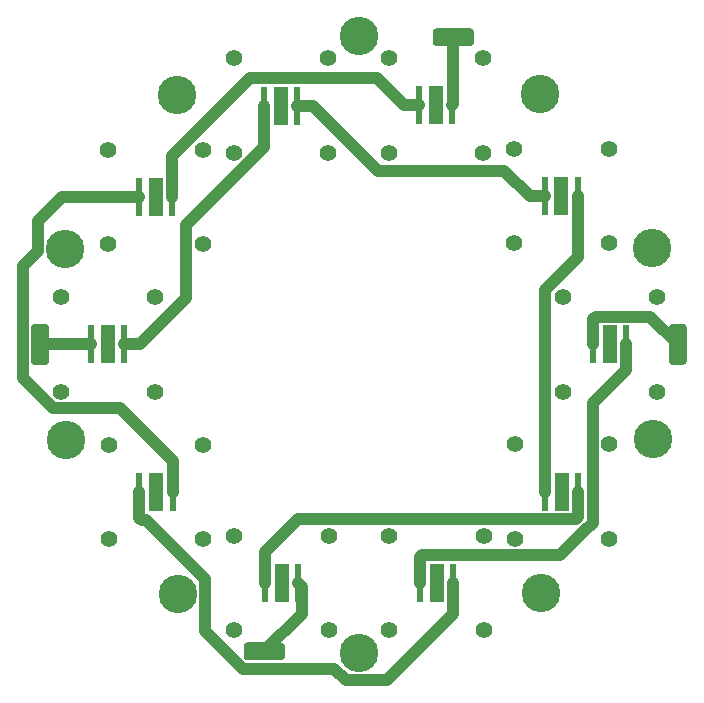
<source format=gbr>
G04 #@! TF.GenerationSoftware,KiCad,Pcbnew,(5.0.0)*
G04 #@! TF.CreationDate,2020-03-19T11:29:46-07:00*
G04 #@! TF.ProjectId,ring_illuminator,72696E675F696C6C756D696E61746F72,rev?*
G04 #@! TF.SameCoordinates,Original*
G04 #@! TF.FileFunction,Copper,L1,Top,Signal*
G04 #@! TF.FilePolarity,Positive*
%FSLAX46Y46*%
G04 Gerber Fmt 4.6, Leading zero omitted, Abs format (unit mm)*
G04 Created by KiCad (PCBNEW (5.0.0)) date 03/19/20 11:29:46*
%MOMM*%
%LPD*%
G01*
G04 APERTURE LIST*
G04 #@! TA.AperFunction,Conductor*
%ADD10C,0.100000*%
G04 #@! TD*
G04 #@! TA.AperFunction,SMDPad,CuDef*
%ADD11C,1.524000*%
G04 #@! TD*
G04 #@! TA.AperFunction,ComponentPad*
%ADD12C,1.400000*%
G04 #@! TD*
G04 #@! TA.AperFunction,SMDPad,CuDef*
%ADD13R,1.300000X3.300000*%
G04 #@! TD*
G04 #@! TA.AperFunction,SMDPad,CuDef*
%ADD14R,0.600000X3.300000*%
G04 #@! TD*
G04 #@! TA.AperFunction,ComponentPad*
%ADD15C,3.260000*%
G04 #@! TD*
G04 #@! TA.AperFunction,Conductor*
%ADD16C,1.000000*%
G04 #@! TD*
G04 APERTURE END LIST*
D10*
G04 #@! TO.N,LED2-*
G04 #@! TO.C,J14*
G36*
X-6593655Y-25239835D02*
X-6556671Y-25245321D01*
X-6520402Y-25254406D01*
X-6485198Y-25267002D01*
X-6451398Y-25282988D01*
X-6419328Y-25302210D01*
X-6389296Y-25324483D01*
X-6361592Y-25349592D01*
X-6336483Y-25377296D01*
X-6314210Y-25407328D01*
X-6294988Y-25439398D01*
X-6279002Y-25473198D01*
X-6266406Y-25508402D01*
X-6257321Y-25544671D01*
X-6251835Y-25581655D01*
X-6250000Y-25619000D01*
X-6250000Y-26381000D01*
X-6251835Y-26418345D01*
X-6257321Y-26455329D01*
X-6266406Y-26491598D01*
X-6279002Y-26526802D01*
X-6294988Y-26560602D01*
X-6314210Y-26592672D01*
X-6336483Y-26622704D01*
X-6361592Y-26650408D01*
X-6389296Y-26675517D01*
X-6419328Y-26697790D01*
X-6451398Y-26717012D01*
X-6485198Y-26732998D01*
X-6520402Y-26745594D01*
X-6556671Y-26754679D01*
X-6593655Y-26760165D01*
X-6631000Y-26762000D01*
X-9369000Y-26762000D01*
X-9406345Y-26760165D01*
X-9443329Y-26754679D01*
X-9479598Y-26745594D01*
X-9514802Y-26732998D01*
X-9548602Y-26717012D01*
X-9580672Y-26697790D01*
X-9610704Y-26675517D01*
X-9638408Y-26650408D01*
X-9663517Y-26622704D01*
X-9685790Y-26592672D01*
X-9705012Y-26560602D01*
X-9720998Y-26526802D01*
X-9733594Y-26491598D01*
X-9742679Y-26455329D01*
X-9748165Y-26418345D01*
X-9750000Y-26381000D01*
X-9750000Y-25619000D01*
X-9748165Y-25581655D01*
X-9742679Y-25544671D01*
X-9733594Y-25508402D01*
X-9720998Y-25473198D01*
X-9705012Y-25439398D01*
X-9685790Y-25407328D01*
X-9663517Y-25377296D01*
X-9638408Y-25349592D01*
X-9610704Y-25324483D01*
X-9580672Y-25302210D01*
X-9548602Y-25282988D01*
X-9514802Y-25267002D01*
X-9479598Y-25254406D01*
X-9443329Y-25245321D01*
X-9406345Y-25239835D01*
X-9369000Y-25238000D01*
X-6631000Y-25238000D01*
X-6593655Y-25239835D01*
X-6593655Y-25239835D01*
G37*
D11*
G04 #@! TD*
G04 #@! TO.P,J14,1*
G04 #@! TO.N,LED2-*
X-8000000Y-26000000D03*
D10*
G04 #@! TO.N,LED2+*
G04 #@! TO.C,J13*
G36*
X-26581655Y1748165D02*
X-26544671Y1742679D01*
X-26508402Y1733594D01*
X-26473198Y1720998D01*
X-26439398Y1705012D01*
X-26407328Y1685790D01*
X-26377296Y1663517D01*
X-26349592Y1638408D01*
X-26324483Y1610704D01*
X-26302210Y1580672D01*
X-26282988Y1548602D01*
X-26267002Y1514802D01*
X-26254406Y1479598D01*
X-26245321Y1443329D01*
X-26239835Y1406345D01*
X-26238000Y1369000D01*
X-26238000Y-1369000D01*
X-26239835Y-1406345D01*
X-26245321Y-1443329D01*
X-26254406Y-1479598D01*
X-26267002Y-1514802D01*
X-26282988Y-1548602D01*
X-26302210Y-1580672D01*
X-26324483Y-1610704D01*
X-26349592Y-1638408D01*
X-26377296Y-1663517D01*
X-26407328Y-1685790D01*
X-26439398Y-1705012D01*
X-26473198Y-1720998D01*
X-26508402Y-1733594D01*
X-26544671Y-1742679D01*
X-26581655Y-1748165D01*
X-26619000Y-1750000D01*
X-27381000Y-1750000D01*
X-27418345Y-1748165D01*
X-27455329Y-1742679D01*
X-27491598Y-1733594D01*
X-27526802Y-1720998D01*
X-27560602Y-1705012D01*
X-27592672Y-1685790D01*
X-27622704Y-1663517D01*
X-27650408Y-1638408D01*
X-27675517Y-1610704D01*
X-27697790Y-1580672D01*
X-27717012Y-1548602D01*
X-27732998Y-1514802D01*
X-27745594Y-1479598D01*
X-27754679Y-1443329D01*
X-27760165Y-1406345D01*
X-27762000Y-1369000D01*
X-27762000Y1369000D01*
X-27760165Y1406345D01*
X-27754679Y1443329D01*
X-27745594Y1479598D01*
X-27732998Y1514802D01*
X-27717012Y1548602D01*
X-27697790Y1580672D01*
X-27675517Y1610704D01*
X-27650408Y1638408D01*
X-27622704Y1663517D01*
X-27592672Y1685790D01*
X-27560602Y1705012D01*
X-27526802Y1720998D01*
X-27491598Y1733594D01*
X-27455329Y1742679D01*
X-27418345Y1748165D01*
X-27381000Y1750000D01*
X-26619000Y1750000D01*
X-26581655Y1748165D01*
X-26581655Y1748165D01*
G37*
D11*
G04 #@! TD*
G04 #@! TO.P,J13,1*
G04 #@! TO.N,LED2+*
X-27000000Y0D03*
D10*
G04 #@! TO.N,LED1+*
G04 #@! TO.C,J1*
G36*
X27418345Y1748165D02*
X27455329Y1742679D01*
X27491598Y1733594D01*
X27526802Y1720998D01*
X27560602Y1705012D01*
X27592672Y1685790D01*
X27622704Y1663517D01*
X27650408Y1638408D01*
X27675517Y1610704D01*
X27697790Y1580672D01*
X27717012Y1548602D01*
X27732998Y1514802D01*
X27745594Y1479598D01*
X27754679Y1443329D01*
X27760165Y1406345D01*
X27762000Y1369000D01*
X27762000Y-1369000D01*
X27760165Y-1406345D01*
X27754679Y-1443329D01*
X27745594Y-1479598D01*
X27732998Y-1514802D01*
X27717012Y-1548602D01*
X27697790Y-1580672D01*
X27675517Y-1610704D01*
X27650408Y-1638408D01*
X27622704Y-1663517D01*
X27592672Y-1685790D01*
X27560602Y-1705012D01*
X27526802Y-1720998D01*
X27491598Y-1733594D01*
X27455329Y-1742679D01*
X27418345Y-1748165D01*
X27381000Y-1750000D01*
X26619000Y-1750000D01*
X26581655Y-1748165D01*
X26544671Y-1742679D01*
X26508402Y-1733594D01*
X26473198Y-1720998D01*
X26439398Y-1705012D01*
X26407328Y-1685790D01*
X26377296Y-1663517D01*
X26349592Y-1638408D01*
X26324483Y-1610704D01*
X26302210Y-1580672D01*
X26282988Y-1548602D01*
X26267002Y-1514802D01*
X26254406Y-1479598D01*
X26245321Y-1443329D01*
X26239835Y-1406345D01*
X26238000Y-1369000D01*
X26238000Y1369000D01*
X26239835Y1406345D01*
X26245321Y1443329D01*
X26254406Y1479598D01*
X26267002Y1514802D01*
X26282988Y1548602D01*
X26302210Y1580672D01*
X26324483Y1610704D01*
X26349592Y1638408D01*
X26377296Y1663517D01*
X26407328Y1685790D01*
X26439398Y1705012D01*
X26473198Y1720998D01*
X26508402Y1733594D01*
X26544671Y1742679D01*
X26581655Y1748165D01*
X26619000Y1750000D01*
X27381000Y1750000D01*
X27418345Y1748165D01*
X27418345Y1748165D01*
G37*
D11*
G04 #@! TD*
G04 #@! TO.P,J1,1*
G04 #@! TO.N,LED1+*
X27000000Y0D03*
D10*
G04 #@! TO.N,LED1-*
G04 #@! TO.C,J2*
G36*
X9406345Y26760165D02*
X9443329Y26754679D01*
X9479598Y26745594D01*
X9514802Y26732998D01*
X9548602Y26717012D01*
X9580672Y26697790D01*
X9610704Y26675517D01*
X9638408Y26650408D01*
X9663517Y26622704D01*
X9685790Y26592672D01*
X9705012Y26560602D01*
X9720998Y26526802D01*
X9733594Y26491598D01*
X9742679Y26455329D01*
X9748165Y26418345D01*
X9750000Y26381000D01*
X9750000Y25619000D01*
X9748165Y25581655D01*
X9742679Y25544671D01*
X9733594Y25508402D01*
X9720998Y25473198D01*
X9705012Y25439398D01*
X9685790Y25407328D01*
X9663517Y25377296D01*
X9638408Y25349592D01*
X9610704Y25324483D01*
X9580672Y25302210D01*
X9548602Y25282988D01*
X9514802Y25267002D01*
X9479598Y25254406D01*
X9443329Y25245321D01*
X9406345Y25239835D01*
X9369000Y25238000D01*
X6631000Y25238000D01*
X6593655Y25239835D01*
X6556671Y25245321D01*
X6520402Y25254406D01*
X6485198Y25267002D01*
X6451398Y25282988D01*
X6419328Y25302210D01*
X6389296Y25324483D01*
X6361592Y25349592D01*
X6336483Y25377296D01*
X6314210Y25407328D01*
X6294988Y25439398D01*
X6279002Y25473198D01*
X6266406Y25508402D01*
X6257321Y25544671D01*
X6251835Y25581655D01*
X6250000Y25619000D01*
X6250000Y26381000D01*
X6251835Y26418345D01*
X6257321Y26455329D01*
X6266406Y26491598D01*
X6279002Y26526802D01*
X6294988Y26560602D01*
X6314210Y26592672D01*
X6336483Y26622704D01*
X6361592Y26650408D01*
X6389296Y26675517D01*
X6419328Y26697790D01*
X6451398Y26717012D01*
X6485198Y26732998D01*
X6520402Y26745594D01*
X6556671Y26754679D01*
X6593655Y26760165D01*
X6631000Y26762000D01*
X9369000Y26762000D01*
X9406345Y26760165D01*
X9406345Y26760165D01*
G37*
D11*
G04 #@! TD*
G04 #@! TO.P,J2,1*
G04 #@! TO.N,LED1-*
X8000000Y26000000D03*
D12*
G04 #@! TO.P,D4,*
G04 #@! TO.N,*
X-10547000Y-24216000D03*
X-2547000Y-24216000D03*
X-2547000Y-16216000D03*
X-10547000Y-16216000D03*
D13*
G04 #@! TO.P,D4,3*
G04 #@! TO.N,N/C*
X-6547000Y-20216000D03*
D14*
G04 #@! TO.P,D4,2*
G04 #@! TO.N,Net-(D2-Pad1)*
X-7947000Y-20216000D03*
G04 #@! TO.P,D4,1*
G04 #@! TO.N,LED2-*
X-5147000Y-20216000D03*
G04 #@! TD*
D12*
G04 #@! TO.P,D9,*
G04 #@! TO.N,*
X2515000Y16227000D03*
X10515000Y16227000D03*
X10515000Y24227000D03*
X2515000Y24227000D03*
D13*
G04 #@! TO.P,D9,3*
G04 #@! TO.N,N/C*
X6515000Y20227000D03*
D14*
G04 #@! TO.P,D9,2*
G04 #@! TO.N,Net-(D7-Pad1)*
X5115000Y20227000D03*
G04 #@! TO.P,D9,1*
G04 #@! TO.N,LED1-*
X7915000Y20227000D03*
G04 #@! TD*
D12*
G04 #@! TO.P,D8,*
G04 #@! TO.N,*
X-10612000Y16195000D03*
X-2612000Y16195000D03*
X-2612000Y24195000D03*
X-10612000Y24195000D03*
D13*
G04 #@! TO.P,D8,3*
G04 #@! TO.N,N/C*
X-6612000Y20195000D03*
D14*
G04 #@! TO.P,D8,2*
G04 #@! TO.N,Net-(D6-Pad1)*
X-8012000Y20195000D03*
G04 #@! TO.P,D8,1*
G04 #@! TO.N,Net-(D10-Pad2)*
X-5212000Y20195000D03*
G04 #@! TD*
D12*
G04 #@! TO.P,D3,*
G04 #@! TO.N,*
X2579000Y-24206000D03*
X10579000Y-24206000D03*
X10579000Y-16206000D03*
X2579000Y-16206000D03*
D13*
G04 #@! TO.P,D3,3*
G04 #@! TO.N,N/C*
X6579000Y-20206000D03*
D14*
G04 #@! TO.P,D3,2*
G04 #@! TO.N,Net-(D1-Pad1)*
X5179000Y-20206000D03*
G04 #@! TO.P,D3,1*
G04 #@! TO.N,Net-(D3-Pad1)*
X7979000Y-20206000D03*
G04 #@! TD*
D12*
G04 #@! TO.P,D2,*
G04 #@! TO.N,*
X13196000Y-16485000D03*
X21196000Y-16485000D03*
X21196000Y-8485000D03*
X13196000Y-8485000D03*
D13*
G04 #@! TO.P,D2,3*
G04 #@! TO.N,N/C*
X17196000Y-12485000D03*
D14*
G04 #@! TO.P,D2,2*
G04 #@! TO.N,Net-(D10-Pad1)*
X15796000Y-12485000D03*
G04 #@! TO.P,D2,1*
G04 #@! TO.N,Net-(D2-Pad1)*
X18596000Y-12485000D03*
G04 #@! TD*
D12*
G04 #@! TO.P,D1,*
G04 #@! TO.N,*
X17250000Y-4000000D03*
X25250000Y-4000000D03*
X25250000Y4000000D03*
X17250000Y4000000D03*
D13*
G04 #@! TO.P,D1,3*
G04 #@! TO.N,N/C*
X21250000Y0D03*
D14*
G04 #@! TO.P,D1,2*
G04 #@! TO.N,LED1+*
X19850000Y0D03*
G04 #@! TO.P,D1,1*
G04 #@! TO.N,Net-(D1-Pad1)*
X22650000Y0D03*
G04 #@! TD*
D12*
G04 #@! TO.P,D5,*
G04 #@! TO.N,*
X-21176000Y-16512000D03*
X-13176000Y-16512000D03*
X-13176000Y-8512000D03*
X-21176000Y-8512000D03*
D13*
G04 #@! TO.P,D5,3*
G04 #@! TO.N,N/C*
X-17176000Y-12512000D03*
D14*
G04 #@! TO.P,D5,2*
G04 #@! TO.N,Net-(D3-Pad1)*
X-18576000Y-12512000D03*
G04 #@! TO.P,D5,1*
G04 #@! TO.N,Net-(D5-Pad1)*
X-15776000Y-12512000D03*
G04 #@! TD*
D12*
G04 #@! TO.P,D6,*
G04 #@! TO.N,*
X-25250000Y-4000000D03*
X-17250000Y-4000000D03*
X-17250000Y4000000D03*
X-25250000Y4000000D03*
D13*
G04 #@! TO.P,D6,3*
G04 #@! TO.N,N/C*
X-21250000Y0D03*
D14*
G04 #@! TO.P,D6,2*
G04 #@! TO.N,LED2+*
X-22650000Y0D03*
G04 #@! TO.P,D6,1*
G04 #@! TO.N,Net-(D6-Pad1)*
X-19850000Y0D03*
G04 #@! TD*
D12*
G04 #@! TO.P,D7,*
G04 #@! TO.N,*
X-21216000Y8458000D03*
X-13216000Y8458000D03*
X-13216000Y16458000D03*
X-21216000Y16458000D03*
D13*
G04 #@! TO.P,D7,3*
G04 #@! TO.N,N/C*
X-17216000Y12458000D03*
D14*
G04 #@! TO.P,D7,2*
G04 #@! TO.N,Net-(D5-Pad1)*
X-18616000Y12458000D03*
G04 #@! TO.P,D7,1*
G04 #@! TO.N,Net-(D7-Pad1)*
X-15816000Y12458000D03*
G04 #@! TD*
D12*
G04 #@! TO.P,D10,*
G04 #@! TO.N,*
X13156000Y8540000D03*
X21156000Y8540000D03*
X21156000Y16540000D03*
X13156000Y16540000D03*
D13*
G04 #@! TO.P,D10,3*
G04 #@! TO.N,N/C*
X17156000Y12540000D03*
D14*
G04 #@! TO.P,D10,2*
G04 #@! TO.N,Net-(D10-Pad2)*
X15756000Y12540000D03*
G04 #@! TO.P,D10,1*
G04 #@! TO.N,Net-(D10-Pad1)*
X18556000Y12540000D03*
G04 #@! TD*
D15*
G04 #@! TO.P,J11,1*
G04 #@! TO.N,Net-(J11-Pad1)*
X-24835000Y-8109000D03*
G04 #@! TD*
G04 #@! TO.P,J10,1*
G04 #@! TO.N,Net-(J10-Pad1)*
X0Y-26125000D03*
G04 #@! TD*
G04 #@! TO.P,J9,1*
G04 #@! TO.N,Net-(J9-Pad1)*
X0Y26125000D03*
G04 #@! TD*
G04 #@! TO.P,J8,1*
G04 #@! TO.N,Net-(J8-Pad1)*
X-15400000Y21104000D03*
G04 #@! TD*
G04 #@! TO.P,J7,1*
G04 #@! TO.N,Net-(J7-Pad1)*
X15433000Y-21079000D03*
G04 #@! TD*
G04 #@! TO.P,J6,1*
G04 #@! TO.N,Net-(J6-Pad1)*
X-24860500Y8029500D03*
G04 #@! TD*
G04 #@! TO.P,J5,1*
G04 #@! TO.N,Net-(J5-Pad1)*
X15299000Y21177000D03*
G04 #@! TD*
G04 #@! TO.P,J4,1*
G04 #@! TO.N,Net-(J4-Pad1)*
X-15332000Y-21153000D03*
G04 #@! TD*
G04 #@! TO.P,J3,1*
G04 #@! TO.N,Net-(J3-Pad1)*
X24873000Y-7990000D03*
G04 #@! TD*
G04 #@! TO.P,J12,1*
G04 #@! TO.N,Net-(J12-Pad1)*
X24821000Y8148000D03*
G04 #@! TD*
D16*
G04 #@! TO.N,Net-(D7-Pad1)*
X3815000Y20227000D02*
X5115000Y20227000D01*
X1496999Y22545001D02*
X3815000Y20227000D01*
X-9201001Y22545001D02*
X1496999Y22545001D01*
X-15816000Y15930002D02*
X-9201001Y22545001D01*
X-15816000Y12458000D02*
X-15816000Y15930002D01*
G04 #@! TO.N,Net-(D6-Pad1)*
X-8012000Y17545000D02*
X-8012000Y20195000D01*
X-8012000Y16722998D02*
X-8012000Y17545000D01*
X-14616001Y10118997D02*
X-8012000Y16722998D01*
X-14616001Y3933999D02*
X-14616001Y10118997D01*
X-18550000Y0D02*
X-14616001Y3933999D01*
X-19850000Y0D02*
X-18550000Y0D01*
G04 #@! TO.N,Net-(D10-Pad2)*
X14456000Y12540000D02*
X15756000Y12540000D01*
X12324988Y14671012D02*
X14456000Y12540000D01*
X1611988Y14671012D02*
X12324988Y14671012D01*
X-3912000Y20195000D02*
X1611988Y14671012D01*
X-5212000Y20195000D02*
X-3912000Y20195000D01*
G04 #@! TO.N,Net-(D2-Pad1)*
X-7947000Y-17566000D02*
X-7947000Y-20216000D01*
X-5186999Y-14805999D02*
X-7947000Y-17566000D01*
X11251001Y-14805999D02*
X-5186999Y-14805999D01*
X11280003Y-14835001D02*
X11251001Y-14805999D01*
X18406001Y-14835001D02*
X11280003Y-14835001D01*
X18596000Y-14645002D02*
X18406001Y-14835001D01*
X18596000Y-12485000D02*
X18596000Y-14645002D01*
G04 #@! TO.N,Net-(D3-Pad1)*
X-18386001Y-14862001D02*
X-18576000Y-14672002D01*
X-18030999Y-14862001D02*
X-18386001Y-14862001D01*
X-13001999Y-19891001D02*
X-18030999Y-14862001D01*
X-18576000Y-14672002D02*
X-18576000Y-12512000D01*
X-13001999Y-24276783D02*
X-13001999Y-19891001D01*
X-9816772Y-27462010D02*
X-13001999Y-24276783D01*
X-2111392Y-27462010D02*
X-9816772Y-27462010D01*
X-1118401Y-28455001D02*
X-2111392Y-27462010D01*
X2379999Y-28455001D02*
X-1118401Y-28455001D01*
X7979000Y-22856000D02*
X2379999Y-28455001D01*
X7979000Y-20206000D02*
X7979000Y-22856000D01*
G04 #@! TO.N,Net-(D1-Pad1)*
X19093060Y-15845012D02*
X19079988Y-15845012D01*
X22650000Y-2160002D02*
X19795999Y-5014003D01*
X22650000Y0D02*
X22650000Y-2160002D01*
X19795999Y-5014003D02*
X19795999Y-11987929D01*
X19795999Y-11987929D02*
X19796010Y-11987940D01*
X19796010Y-11987940D02*
X19796010Y-15142062D01*
X19796010Y-15142062D02*
X19093060Y-15845012D01*
X5179000Y-18045998D02*
X5179000Y-20206000D01*
X5368999Y-17855999D02*
X5179000Y-18045998D01*
X8839001Y-17855999D02*
X5368999Y-17855999D01*
X8868003Y-17885001D02*
X8839001Y-17855999D01*
X17039999Y-17885001D02*
X8868003Y-17885001D01*
X19079988Y-15845012D02*
X17039999Y-17885001D01*
G04 #@! TO.N,Net-(D5-Pad1)*
X-27190501Y7861499D02*
X-27190501Y10401499D01*
X-15776000Y-9862000D02*
X-20237999Y-5400001D01*
X-15776000Y-12512000D02*
X-15776000Y-9862000D01*
X-20237999Y-5400001D02*
X-25922001Y-5400001D01*
X-25922001Y-5400001D02*
X-28462010Y-2859992D01*
X-28462010Y-2859992D02*
X-28462010Y6589990D01*
X-28462010Y6589990D02*
X-27190501Y7861499D01*
X-25134000Y12458000D02*
X-18616000Y12458000D01*
X-27190501Y10401499D02*
X-25134000Y12458000D01*
G04 #@! TO.N,Net-(D10-Pad1)*
X15796000Y-9835000D02*
X15796000Y-12485000D01*
X15796000Y4618002D02*
X15796000Y-9835000D01*
X18556000Y7378002D02*
X15796000Y4618002D01*
X18556000Y12540000D02*
X18556000Y7378002D01*
G04 #@! TO.N,LED2+*
X-27000000Y0D02*
X-22650000Y0D01*
G04 #@! TO.N,LED2-*
X-8000000Y-26000000D02*
X-4826000Y-22826000D01*
X-4826000Y-20537000D02*
X-5147000Y-20216000D01*
X-4826000Y-22826000D02*
X-4826000Y-20537000D01*
G04 #@! TO.N,LED1+*
X19850000Y2160002D02*
X19850000Y0D01*
X20039999Y2350001D02*
X19850000Y2160002D01*
X24649999Y2350001D02*
X20039999Y2350001D01*
X27000000Y0D02*
X24649999Y2350001D01*
G04 #@! TO.N,LED1-*
X8000000Y20312000D02*
X7915000Y20227000D01*
X8000000Y26000000D02*
X8000000Y20312000D01*
G04 #@! TD*
M02*

</source>
